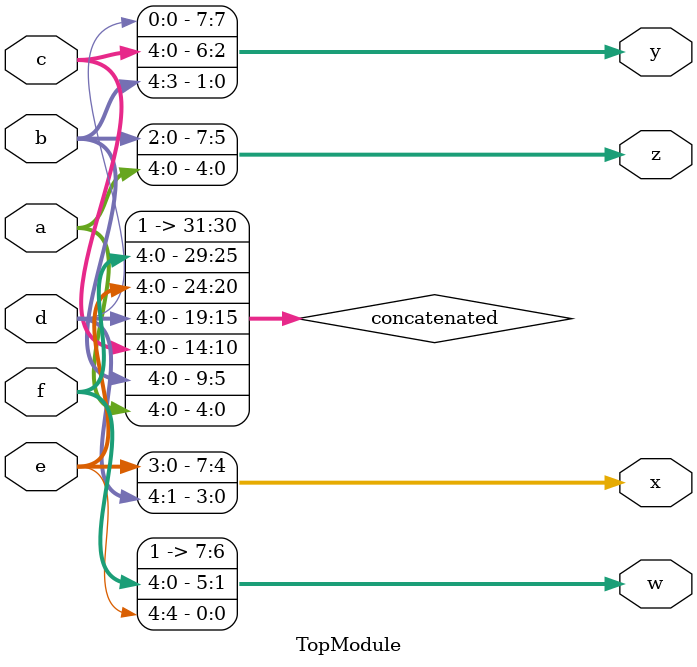
<source format=sv>

module TopModule (
    input [4:0] a,
    input [4:0] b,
    input [4:0] c,
    input [4:0] d,
    input [4:0] e,
    input [4:0] f,
    output reg [7:0] w,
    output reg [7:0] x,
    output reg [7:0] y,
    output reg [7:0] z
);

  // Concatenate inputs and append '11'
  wire [31:0] concatenated;

  assign concatenated = {2'b11, f, e, d, c, b, a};

  always @(*) begin
    w = concatenated[31:24];
    x = concatenated[23:16];
    y = concatenated[15:8];
    z = concatenated[7:0];
  end

endmodule

// VERILOG-EVAL: errant inclusion of module definition

</source>
